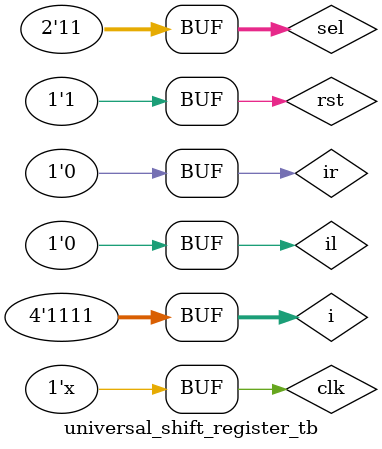
<source format=v>
module universal_shift_register_tb;
reg [3:0]i;
reg [1:0]sel;
reg clk, rst, il, ir; //Define all input ports
wire [3:0] out_bit; //Define all output ports

//Map testbench ports with DUT ports
universal_shift_register uut(.i(i), .sel(sel), .clk(clk),
.rst(rst), .out_bit(out_bit), .il(il), .ir(ir));

initial begin
    rst = 1'b0; // Initialize values on all input pins
    clk = 0; ir = 0; il = 0; sel = 2'b00; i = 4'b0000;
end

always begin
    clk = ~clk; #5; //Define Clock operation
end

initial begin
    #50;
    rst = 1; #50 //Different Combinations of input
    ir = 1;
    sel = 2'b01;#10;
    ir = 0;#10;
    ir = 1;#10;
    ir = 0;#10;
    il = 1;
    sel = 2'b00;#50
    sel = 2'b10;
    il = 1;#10
    il = 0;#10
    il = 0;#10
    sel = 2'b11;#5
    i = 4'b1111;
    #100;
end

endmodule

</source>
